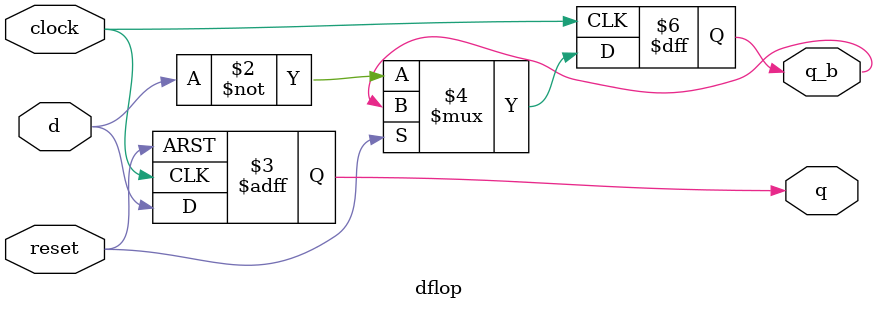
<source format=v>
`timescale 1ns / 1ps
`timescale 1 ns/1 ns

module dflop (
	input reset,
	input clock ,
	input d ,
	output reg q ,
	output reg q_b
);

	/* write your code here */
	
always @(negedge clock or posedge reset) 
	begin
		#5
		if(reset)
			begin
				q <= 1'b0;
			end
		else
			begin
				q <= d;
				q_b <= ~d;
			end
	end
  
	/* write your code here */

endmodule

</source>
